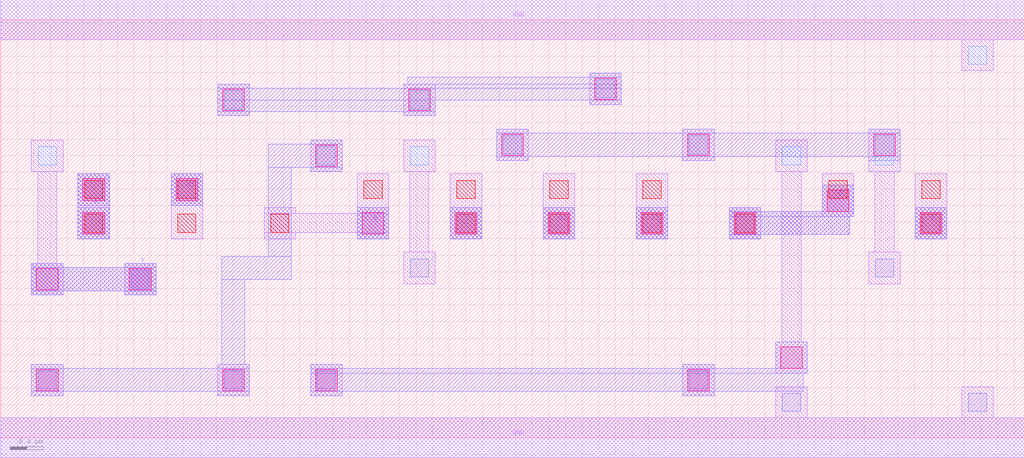
<source format=lef>
MACRO OAAOAOI21311
 CLASS CORE ;
 FOREIGN OAAOAOI21311 0 0 ;
 SIZE 12.32 BY 5.04 ;
 ORIGIN 0 0 ;
 SYMMETRY X Y R90 ;
 SITE unit ;
  PIN VDD
   DIRECTION INOUT ;
   USE POWER ;
   SHAPE ABUTMENT ;
    PORT
     CLASS CORE ;
       LAYER met1 ;
        RECT 0.00000000 4.80000000 12.32000000 5.28000000 ;
    END
  END VDD

  PIN GND
   DIRECTION INOUT ;
   USE POWER ;
   SHAPE ABUTMENT ;
    PORT
     CLASS CORE ;
       LAYER met1 ;
        RECT 0.00000000 -0.24000000 12.32000000 0.24000000 ;
    END
  END GND

  PIN Y
   DIRECTION INOUT ;
   USE SIGNAL ;
   SHAPE ABUTMENT ;
    PORT
     CLASS CORE ;
       LAYER met2 ;
        RECT 0.37000000 1.72200000 0.75000000 1.77200000 ;
        RECT 1.49000000 1.72200000 1.87000000 1.77200000 ;
        RECT 0.37000000 1.77200000 1.87000000 2.05200000 ;
        RECT 0.37000000 2.05200000 0.75000000 2.10200000 ;
        RECT 1.49000000 2.05200000 1.87000000 2.10200000 ;
    END
  END Y

  PIN B
   DIRECTION INOUT ;
   USE SIGNAL ;
   SHAPE ABUTMENT ;
    PORT
     CLASS CORE ;
       LAYER met2 ;
        RECT 4.29000000 2.39700000 4.67000000 2.77700000 ;
    END
  END B

  PIN C1
   DIRECTION INOUT ;
   USE SIGNAL ;
   SHAPE ABUTMENT ;
    PORT
     CLASS CORE ;
       LAYER met2 ;
        RECT 6.53000000 2.39700000 6.91000000 2.77700000 ;
    END
  END C1

  PIN D
   DIRECTION INOUT ;
   USE SIGNAL ;
   SHAPE ABUTMENT ;
    PORT
     CLASS CORE ;
       LAYER met2 ;
        RECT 8.77000000 2.39700000 9.15000000 2.44700000 ;
        RECT 8.77000000 2.44700000 10.22000000 2.66700000 ;
        RECT 8.77000000 2.66700000 10.27000000 2.72700000 ;
        RECT 8.77000000 2.72700000 9.15000000 2.77700000 ;
        RECT 9.89000000 2.72700000 10.27000000 3.04700000 ;
    END
  END D

  PIN E
   DIRECTION INOUT ;
   USE SIGNAL ;
   SHAPE ABUTMENT ;
    PORT
     CLASS CORE ;
       LAYER met2 ;
        RECT 11.01000000 2.39700000 11.39000000 2.77700000 ;
    END
  END E

  PIN A
   DIRECTION INOUT ;
   USE SIGNAL ;
   SHAPE ABUTMENT ;
    PORT
     CLASS CORE ;
       LAYER met2 ;
        RECT 0.93000000 2.39700000 1.31000000 3.18200000 ;
    END
  END A

  PIN C2
   DIRECTION INOUT ;
   USE SIGNAL ;
   SHAPE ABUTMENT ;
    PORT
     CLASS CORE ;
       LAYER met2 ;
        RECT 7.65000000 2.39700000 8.03000000 2.77700000 ;
    END
  END C2

  PIN C
   DIRECTION INOUT ;
   USE SIGNAL ;
   SHAPE ABUTMENT ;
    PORT
     CLASS CORE ;
       LAYER met2 ;
        RECT 5.41000000 2.39700000 5.79000000 2.77700000 ;
    END
  END C

  PIN A1
   DIRECTION INOUT ;
   USE SIGNAL ;
   SHAPE ABUTMENT ;
    PORT
     CLASS CORE ;
       LAYER met2 ;
        RECT 2.05000000 2.80200000 2.43000000 3.18200000 ;
    END
  END A1

 OBS
    LAYER polycont ;
     RECT 1.01000000 2.47700000 1.23000000 2.69700000 ;
     RECT 2.13000000 2.47700000 2.35000000 2.69700000 ;
     RECT 3.25000000 2.47700000 3.47000000 2.69700000 ;
     RECT 5.49000000 2.47700000 5.71000000 2.69700000 ;
     RECT 6.61000000 2.47700000 6.83000000 2.69700000 ;
     RECT 7.73000000 2.47700000 7.95000000 2.69700000 ;
     RECT 8.85000000 2.47700000 9.07000000 2.69700000 ;
     RECT 11.09000000 2.47700000 11.31000000 2.69700000 ;
     RECT 1.01000000 2.88200000 1.23000000 3.10200000 ;
     RECT 2.13000000 2.88200000 2.35000000 3.10200000 ;
     RECT 4.37000000 2.88200000 4.59000000 3.10200000 ;
     RECT 5.49000000 2.88200000 5.71000000 3.10200000 ;
     RECT 6.61000000 2.88200000 6.83000000 3.10200000 ;
     RECT 7.73000000 2.88200000 7.95000000 3.10200000 ;
     RECT 9.97000000 2.88200000 10.19000000 3.10200000 ;
     RECT 11.09000000 2.88200000 11.31000000 3.10200000 ;

    LAYER pdiffc ;
     RECT 0.45000000 3.28700000 0.67000000 3.50700000 ;
     RECT 3.81000000 3.28700000 4.03000000 3.50700000 ;
     RECT 4.93000000 3.28700000 5.15000000 3.50700000 ;
     RECT 9.41000000 3.28700000 9.63000000 3.50700000 ;
     RECT 6.05000000 3.42200000 6.27000000 3.64200000 ;
     RECT 8.29000000 3.42200000 8.51000000 3.64200000 ;
     RECT 10.53000000 3.28700000 10.75000000 3.64200000 ;
     RECT 2.69000000 3.96200000 2.91000000 4.18200000 ;
     RECT 4.93000000 3.96200000 5.15000000 4.18200000 ;
     RECT 7.17000000 4.09700000 7.39000000 4.31700000 ;
     RECT 11.65000000 4.50200000 11.87000000 4.72200000 ;

    LAYER ndiffc ;
     RECT 9.41000000 0.31700000 9.63000000 0.53700000 ;
     RECT 11.65000000 0.31700000 11.87000000 0.53700000 ;
     RECT 0.45000000 0.58700000 0.67000000 0.80700000 ;
     RECT 2.69000000 0.58700000 2.91000000 0.80700000 ;
     RECT 3.81000000 0.58700000 4.03000000 0.80700000 ;
     RECT 8.29000000 0.58700000 8.51000000 0.80700000 ;
     RECT 1.57000000 1.80200000 1.79000000 2.02200000 ;
     RECT 4.93000000 1.93700000 5.15000000 2.15700000 ;
     RECT 10.53000000 1.93700000 10.75000000 2.15700000 ;

    LAYER met1 ;
     RECT 0.00000000 -0.24000000 12.32000000 0.24000000 ;
     RECT 9.33000000 0.24000000 9.71000000 0.61700000 ;
     RECT 11.57000000 0.24000000 11.95000000 0.61700000 ;
     RECT 0.37000000 0.50700000 0.75000000 0.88700000 ;
     RECT 2.61000000 0.50700000 2.99000000 0.88700000 ;
     RECT 3.73000000 0.50700000 4.11000000 0.88700000 ;
     RECT 8.21000000 0.50700000 8.59000000 0.88700000 ;
     RECT 1.49000000 1.72200000 1.87000000 2.10200000 ;
     RECT 0.93000000 2.39700000 1.31000000 2.77700000 ;
     RECT 8.77000000 2.39700000 9.15000000 2.77700000 ;
     RECT 0.93000000 2.80200000 1.31000000 3.18200000 ;
     RECT 2.05000000 2.39700000 2.43000000 3.18200000 ;
     RECT 3.17000000 2.39700000 3.55000000 2.47200000 ;
     RECT 4.29000000 2.39700000 4.67000000 2.47200000 ;
     RECT 3.17000000 2.47200000 4.67000000 2.70200000 ;
     RECT 3.17000000 2.70200000 3.55000000 2.77700000 ;
     RECT 4.29000000 2.70200000 4.67000000 3.18200000 ;
     RECT 5.41000000 2.39700000 5.79000000 3.18200000 ;
     RECT 6.53000000 2.39700000 6.91000000 3.18200000 ;
     RECT 7.65000000 2.39700000 8.03000000 3.18200000 ;
     RECT 9.89000000 2.66700000 10.27000000 3.18200000 ;
     RECT 11.01000000 2.39700000 11.39000000 3.18200000 ;
     RECT 0.37000000 1.72200000 0.75000000 2.10200000 ;
     RECT 0.44500000 2.10200000 0.67500000 3.20700000 ;
     RECT 0.37000000 3.20700000 0.75000000 3.58700000 ;
     RECT 3.73000000 3.20700000 4.11000000 3.58700000 ;
     RECT 4.85000000 1.85700000 5.23000000 2.23700000 ;
     RECT 4.92500000 2.23700000 5.15500000 3.20700000 ;
     RECT 4.85000000 3.20700000 5.23000000 3.58700000 ;
     RECT 9.33000000 0.77700000 9.71000000 1.15700000 ;
     RECT 9.40500000 1.15700000 9.63500000 3.20700000 ;
     RECT 9.33000000 3.20700000 9.71000000 3.58700000 ;
     RECT 5.97000000 3.34200000 6.35000000 3.72200000 ;
     RECT 8.21000000 3.34200000 8.59000000 3.72200000 ;
     RECT 10.45000000 1.85700000 10.83000000 2.23700000 ;
     RECT 10.52500000 2.23700000 10.75500000 3.20700000 ;
     RECT 10.45000000 3.20700000 10.83000000 3.72200000 ;
     RECT 2.61000000 3.88200000 2.99000000 4.26200000 ;
     RECT 4.85000000 3.88200000 5.23000000 4.26200000 ;
     RECT 7.09000000 4.01700000 7.47000000 4.39700000 ;
     RECT 11.57000000 4.42200000 11.95000000 4.80000000 ;
     RECT 0.00000000 4.80000000 12.32000000 5.28000000 ;

    LAYER via1 ;
     RECT 0.43000000 0.56700000 0.69000000 0.82700000 ;
     RECT 2.67000000 0.56700000 2.93000000 0.82700000 ;
     RECT 3.79000000 0.56700000 4.05000000 0.82700000 ;
     RECT 8.27000000 0.56700000 8.53000000 0.82700000 ;
     RECT 9.39000000 0.83700000 9.65000000 1.09700000 ;
     RECT 0.43000000 1.78200000 0.69000000 2.04200000 ;
     RECT 1.55000000 1.78200000 1.81000000 2.04200000 ;
     RECT 0.99000000 2.45700000 1.25000000 2.71700000 ;
     RECT 4.35000000 2.45700000 4.61000000 2.71700000 ;
     RECT 5.47000000 2.45700000 5.73000000 2.71700000 ;
     RECT 6.59000000 2.45700000 6.85000000 2.71700000 ;
     RECT 7.71000000 2.45700000 7.97000000 2.71700000 ;
     RECT 8.83000000 2.45700000 9.09000000 2.71700000 ;
     RECT 11.07000000 2.45700000 11.33000000 2.71700000 ;
     RECT 9.95000000 2.72700000 10.21000000 2.98700000 ;
     RECT 0.99000000 2.86200000 1.25000000 3.12200000 ;
     RECT 2.11000000 2.86200000 2.37000000 3.12200000 ;
     RECT 3.79000000 3.26700000 4.05000000 3.52700000 ;
     RECT 6.03000000 3.40200000 6.29000000 3.66200000 ;
     RECT 8.27000000 3.40200000 8.53000000 3.66200000 ;
     RECT 10.51000000 3.40200000 10.77000000 3.66200000 ;
     RECT 2.67000000 3.94200000 2.93000000 4.20200000 ;
     RECT 4.91000000 3.94200000 5.17000000 4.20200000 ;
     RECT 7.15000000 4.07700000 7.41000000 4.33700000 ;

    LAYER met2 ;
     RECT 3.73000000 0.50700000 4.11000000 0.55700000 ;
     RECT 8.21000000 0.50700000 8.59000000 0.55700000 ;
     RECT 3.73000000 0.55700000 9.66000000 0.77700000 ;
     RECT 3.73000000 0.77700000 9.71000000 0.83700000 ;
     RECT 3.73000000 0.83700000 4.11000000 0.88700000 ;
     RECT 8.21000000 0.83700000 8.59000000 0.88700000 ;
     RECT 9.33000000 0.83700000 9.71000000 1.15700000 ;
     RECT 0.37000000 1.72200000 0.75000000 1.77200000 ;
     RECT 1.49000000 1.72200000 1.87000000 1.77200000 ;
     RECT 0.37000000 1.77200000 1.87000000 2.05200000 ;
     RECT 0.37000000 2.05200000 0.75000000 2.10200000 ;
     RECT 1.49000000 2.05200000 1.87000000 2.10200000 ;
     RECT 4.29000000 2.39700000 4.67000000 2.77700000 ;
     RECT 5.41000000 2.39700000 5.79000000 2.77700000 ;
     RECT 6.53000000 2.39700000 6.91000000 2.77700000 ;
     RECT 7.65000000 2.39700000 8.03000000 2.77700000 ;
     RECT 11.01000000 2.39700000 11.39000000 2.77700000 ;
     RECT 8.77000000 2.39700000 9.15000000 2.44700000 ;
     RECT 8.77000000 2.44700000 10.22000000 2.66700000 ;
     RECT 8.77000000 2.66700000 10.27000000 2.72700000 ;
     RECT 8.77000000 2.72700000 9.15000000 2.77700000 ;
     RECT 9.89000000 2.72700000 10.27000000 3.04700000 ;
     RECT 0.93000000 2.39700000 1.31000000 3.18200000 ;
     RECT 2.05000000 2.80200000 2.43000000 3.18200000 ;
     RECT 0.37000000 0.50700000 0.75000000 0.55700000 ;
     RECT 2.61000000 0.50700000 2.99000000 0.55700000 ;
     RECT 0.37000000 0.55700000 2.99000000 0.83700000 ;
     RECT 0.37000000 0.83700000 0.75000000 0.88700000 ;
     RECT 2.61000000 0.83700000 2.99000000 0.88700000 ;
     RECT 2.66000000 0.88700000 2.94000000 1.90700000 ;
     RECT 2.66000000 1.90700000 3.50000000 2.18700000 ;
     RECT 3.22000000 2.18700000 3.50000000 3.25700000 ;
     RECT 3.73000000 3.20700000 4.11000000 3.25700000 ;
     RECT 3.22000000 3.25700000 4.11000000 3.53700000 ;
     RECT 3.73000000 3.53700000 4.11000000 3.58700000 ;
     RECT 5.97000000 3.34200000 6.35000000 3.39200000 ;
     RECT 8.21000000 3.34200000 8.59000000 3.39200000 ;
     RECT 10.45000000 3.34200000 10.83000000 3.39200000 ;
     RECT 5.97000000 3.39200000 10.83000000 3.67200000 ;
     RECT 5.97000000 3.67200000 6.35000000 3.72200000 ;
     RECT 8.21000000 3.67200000 8.59000000 3.72200000 ;
     RECT 10.45000000 3.67200000 10.83000000 3.72200000 ;
     RECT 2.61000000 3.88200000 2.99000000 3.93200000 ;
     RECT 4.85000000 3.88200000 5.23000000 3.93200000 ;
     RECT 2.61000000 3.93200000 5.23000000 4.06700000 ;
     RECT 7.09000000 4.01700000 7.47000000 4.06700000 ;
     RECT 2.61000000 4.06700000 7.47000000 4.21200000 ;
     RECT 2.61000000 4.21200000 2.99000000 4.26200000 ;
     RECT 4.85000000 4.21200000 7.47000000 4.26200000 ;
     RECT 4.90000000 4.26200000 7.47000000 4.34700000 ;
     RECT 7.09000000 4.34700000 7.47000000 4.39700000 ;

 END
END OAAOAOI21311

</source>
